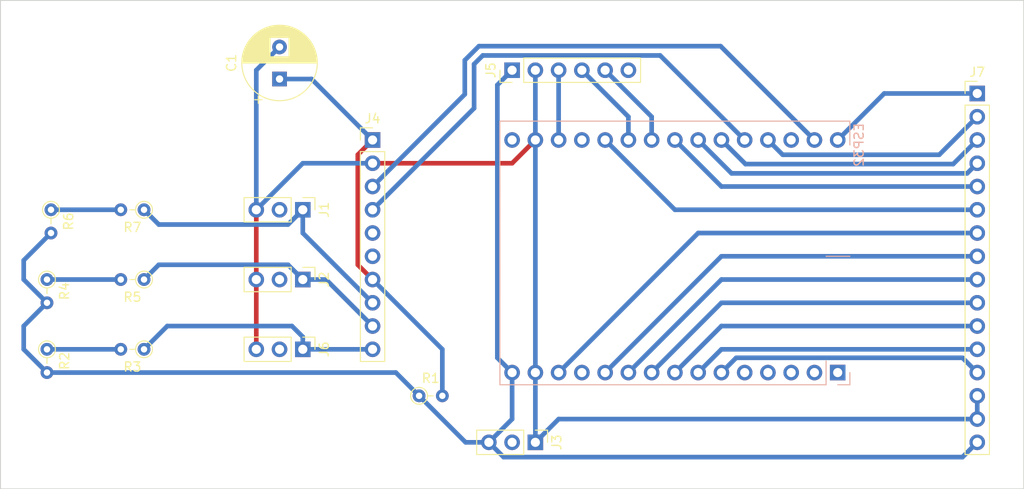
<source format=kicad_pcb>
(kicad_pcb (version 20221018) (generator pcbnew)
  (layers (0 "F.Cu" signal) (31 "B.Cu" signal) (34 "B.Paste" user) (35 "F.Paste" user) (36 "B.SilkS" user "B.Silkscreen") (37 "F.SilkS" user "F.Silkscreen") (38 "B.Mask" user) (39 "F.Mask" user) (44 "Edge.Cuts" user))
  (net 0 "")
  (net 3 "Net-(ESP32-GPIO3)")
  (net 4 "Net-(ESP32-GPIO4)")
  (net 5 "Net-(ESP32-GPIO5)")
  (net 7 "Net-(ESP32-GPIO13)")
  (net 8 "Net-(ESP32-GPIO14)")
  (net 9 "Net-(ESP32-GPIO15)")
  (net 10 "Net-(ESP32-GPIO16)")
  (net 11 "Net-(ESP32-GPIO17)")
  (net 12 "Net-(ESP32-GPIO18)")
  (net 13 "Net-(ESP32-GPIO19)")
  (net 14 "Net-(ESP32-GPIO21)")
  (net 15 "Net-(ESP32-GPIO22)")
  (net 16 "Net-(ESP32-GPIO23)")
  (net 17 "Net-(ESP32-GPIO25)")
  (net 18 "Net-(ESP32-GPIO26)")
  (net 19 "Net-(ESP32-GPIO27)")
  (net 20 "Net-(ESP32-5v_VIN)")
  (net 21 "Net-(R2-Pad1)")
  (net 22 "Net-(R4-Pad1)")
  (net 23 "Net-(R6-Pad1)")
  (net 24 "Net-(ESP32-GPIO33)")
  (net 25 "Net-(ESP32-GPIO32)")
  (net 31 "Net-(J4-A0)")
  (net 34 "Net-(J4-A3)")
  (net 36 "Net-(J1-GND)")
  (net 37 "Net-(J1-+)")
  (net 40 "Net-(J2-+)")
  (footprint "Connector_PinHeader_2.54mm:PinHeader_1x03_P2.54mm_Vertical" (layer "F.Cu") (at 99.06 83.82 -90)
    (fp_text reference "J2" (at 0 -2.33 90) (layer "F.SilkS"))
    (fp_text value "Probe1")
    (fp_line (start -1.33 -1.33) (end 0 -1.33) (stroke (width 0.12)) (layer "F.SilkS"))
    (fp_line (start -1.33 0) (end -1.33 -1.33) (stroke (width 0.12)) (layer "F.SilkS"))
    (fp_line (start -1.33 1.27) (end -1.33 6.41) (stroke (width 0.12)) (layer "F.SilkS"))
    (fp_line (start -1.33 1.27) (end 1.33 1.27) (stroke (width 0.12)) (layer "F.SilkS"))
    (fp_line (start -1.33 6.41) (end 1.33 6.41) (stroke (width 0.12)) (layer "F.SilkS"))
    (fp_line (start 1.33 1.27) (end 1.33 6.41) (stroke (width 0.12)) (layer "F.SilkS"))
    (pad "1" thru_hole rect (at 0 0 270) (size 1.7 1.7) (drill 1) (layers "*.Cu" "*.Mask") (net 40 "Net-(J2-+)"))
    (pad "2" thru_hole oval (at 0 2.54 270) (size 1.7 1.7) (drill 1) (layers "*.Cu" "*.Mask"))
    (pad "3" thru_hole oval (at 0 5.08 270) (size 1.7 1.7) (drill 1) (layers "*.Cu" "*.Mask") (net 36 "Net-(J1-GND)"))
  )
  (footprint "Connector_PinHeader_2.54mm:PinHeader_1x03_P2.54mm_Vertical" (layer "F.Cu") (at 99.06 91.44 -90)
    (fp_text reference "J6" (at 0 -2.33 90) (layer "F.SilkS"))
    (fp_text value "Probe2")
    (fp_line (start -1.33 -1.33) (end 0 -1.33) (stroke (width 0.12)) (layer "F.SilkS"))
    (fp_line (start -1.33 0) (end -1.33 -1.33) (stroke (width 0.12)) (layer "F.SilkS"))
    (fp_line (start -1.33 1.27) (end -1.33 6.41) (stroke (width 0.12)) (layer "F.SilkS"))
    (fp_line (start -1.33 1.27) (end 1.33 1.27) (stroke (width 0.12)) (layer "F.SilkS"))
    (fp_line (start -1.33 6.41) (end 1.33 6.41) (stroke (width 0.12)) (layer "F.SilkS"))
    (fp_line (start 1.33 1.27) (end 1.33 6.41) (stroke (width 0.12)) (layer "F.SilkS"))
    (pad "1" thru_hole rect (at 0 0 270) (size 1.7 1.7) (drill 1) (layers "*.Cu" "*.Mask") (net 34 "Net-(J4-A3)"))
    (pad "2" thru_hole oval (at 0 2.54 270) (size 1.7 1.7) (drill 1) (layers "*.Cu" "*.Mask"))
    (pad "3" thru_hole oval (at 0 5.08 270) (size 1.7 1.7) (drill 1) (layers "*.Cu" "*.Mask") (net 36 "Net-(J1-GND)"))
  )
  (footprint "Connector_PinHeader_2.54mm:PinHeader_1x03_P2.54mm_Vertical" (layer "F.Cu") (at 99.06 76.2 -90)
    (fp_text reference "J1" (at 0 -2.33 90) (layer "F.SilkS"))
    (fp_text value "TempMain")
    (fp_line (start -1.33 -1.33) (end 0 -1.33) (stroke (width 0.12)) (layer "F.SilkS"))
    (fp_line (start -1.33 0) (end -1.33 -1.33) (stroke (width 0.12)) (layer "F.SilkS"))
    (fp_line (start -1.33 1.27) (end -1.33 6.41) (stroke (width 0.12)) (layer "F.SilkS"))
    (fp_line (start -1.33 1.27) (end 1.33 1.27) (stroke (width 0.12)) (layer "F.SilkS"))
    (fp_line (start -1.33 6.41) (end 1.33 6.41) (stroke (width 0.12)) (layer "F.SilkS"))
    (fp_line (start 1.33 1.27) (end 1.33 6.41) (stroke (width 0.12)) (layer "F.SilkS"))
    (pad "1" thru_hole rect (at 0 0 270) (size 1.7 1.7) (drill 1) (layers "*.Cu" "*.Mask") (net 37 "Net-(J1-+)"))
    (pad "2" thru_hole oval (at 0 2.54 270) (size 1.7 1.7) (drill 1) (layers "*.Cu" "*.Mask"))
    (pad "3" thru_hole oval (at 0 5.08 270) (size 1.7 1.7) (drill 1) (layers "*.Cu" "*.Mask") (net 36 "Net-(J1-GND)"))
  )
  (footprint "Resistor_THT:R_Axial_DIN0204_L3.6mm_D1.6mm_P2.54mm_Vertical" (layer "F.Cu") (at 71.12 91.44 -90)
    (fp_text reference "R2" (at 1.27 -1.92 90) (layer "F.SilkS"))
    (fp_text value "R_US")
    (fp_line (start 0.92 0) (end 1.54 0) (stroke (width 0.12)) (layer "F.SilkS"))
    (fp_circle (center 0 0) (end 0.92 0) (stroke (width 0.12)) (fill none) (layer "F.SilkS"))
    (pad "1" thru_hole circle (at 0 0 270) (size 1.4 1.4) (drill 0.7) (layers "*.Cu" "*.Mask") (net 21 "Net-(R2-Pad1)"))
    (pad "2" thru_hole oval (at 2.54 0 270) (size 1.4 1.4) (drill 0.7) (layers "*.Cu" "*.Mask") (net 20 "Net-(ESP32-5v_VIN)"))
  )
  (footprint "Resistor_THT:R_Axial_DIN0204_L3.6mm_D1.6mm_P2.54mm_Vertical" (layer "F.Cu") (at 81.72 91.44 180)
    (fp_text reference "R3" (at 1.27 -1.92) (layer "F.SilkS"))
    (fp_text value "R_US")
    (fp_line (start 0.92 0) (end 1.54 0) (stroke (width 0.12)) (layer "F.SilkS"))
    (fp_circle (center 0 0) (end 0.92 0) (stroke (width 0.12)) (fill none) (layer "F.SilkS"))
    (pad "1" thru_hole circle (at 0 0 180) (size 1.4 1.4) (drill 0.7) (layers "*.Cu" "*.Mask") (net 34 "Net-(J4-A3)"))
    (pad "2" thru_hole oval (at 2.54 0 180) (size 1.4 1.4) (drill 0.7) (layers "*.Cu" "*.Mask") (net 21 "Net-(R2-Pad1)"))
  )
  (footprint "Connector_PinHeader_2.54mm:PinHeader_1x06_P2.54mm_Vertical" (layer "F.Cu") (at 121.92 60.96 90)
    (fp_text reference "J5" (at 0 -2.33 90) (layer "F.SilkS"))
    (fp_text value "RelayBoard")
    (fp_line (start -1.33 -1.33) (end 0 -1.33) (stroke (width 0.12)) (layer "F.SilkS"))
    (fp_line (start -1.33 0) (end -1.33 -1.33) (stroke (width 0.12)) (layer "F.SilkS"))
    (fp_line (start -1.33 1.27) (end -1.33 14.03) (stroke (width 0.12)) (layer "F.SilkS"))
    (fp_line (start -1.33 1.27) (end 1.33 1.27) (stroke (width 0.12)) (layer "F.SilkS"))
    (fp_line (start -1.33 14.03) (end 1.33 14.03) (stroke (width 0.12)) (layer "F.SilkS"))
    (fp_line (start 1.33 1.27) (end 1.33 14.03) (stroke (width 0.12)) (layer "F.SilkS"))
    (pad "1" thru_hole rect (at 0 0 90) (size 1.7 1.7) (drill 1) (layers "*.Cu" "*.Mask") (net 20 "Net-(ESP32-5v_VIN)"))
    (pad "2" thru_hole oval (at 0 2.54 90) (size 1.7 1.7) (drill 1) (layers "*.Cu" "*.Mask") (net 36 "Net-(J1-GND)"))
    (pad "3" thru_hole oval (at 0 5.08 90) (size 1.7 1.7) (drill 1) (layers "*.Cu" "*.Mask") (net 9 "Net-(ESP32-GPIO15)"))
    (pad "4" thru_hole oval (at 0 7.62 90) (size 1.7 1.7) (drill 1) (layers "*.Cu" "*.Mask") (net 10 "Net-(ESP32-GPIO16)"))
    (pad "5" thru_hole oval (at 0 10.16 90) (size 1.7 1.7) (drill 1) (layers "*.Cu" "*.Mask") (net 11 "Net-(ESP32-GPIO17)"))
    (pad "6" thru_hole oval (at 0 12.7 90) (size 1.7 1.7) (drill 1) (layers "*.Cu" "*.Mask"))
  )
  (footprint "Resistor_THT:R_Axial_DIN0204_L3.6mm_D1.6mm_P2.54mm_Vertical" (layer "F.Cu") (at 111.76 96.52)
    (fp_text reference "R1" (at 1.27 -1.92) (layer "F.SilkS"))
    (fp_text value "R_US")
    (fp_line (start 0.92 0) (end 1.54 0) (stroke (width 0.12)) (layer "F.SilkS"))
    (fp_circle (center 0 0) (end 0.92 0) (stroke (width 0.12)) (fill none) (layer "F.SilkS"))
    (pad "1" thru_hole circle (at 0 0) (size 1.4 1.4) (drill 0.7) (layers "*.Cu" "*.Mask") (net 20 "Net-(ESP32-5v_VIN)"))
    (pad "2" thru_hole oval (at 2.54 0) (size 1.4 1.4) (drill 0.7) (layers "*.Cu" "*.Mask") (net 31 "Net-(J4-A0)"))
  )
  (footprint "Resistor_THT:R_Axial_DIN0204_L3.6mm_D1.6mm_P2.54mm_Vertical" (layer "F.Cu") (at 81.72 76.2 180)
    (fp_text reference "R7" (at 1.27 -1.92) (layer "F.SilkS"))
    (fp_text value "R_US")
    (fp_line (start 0.92 0) (end 1.54 0) (stroke (width 0.12)) (layer "F.SilkS"))
    (fp_circle (center 0 0) (end 0.92 0) (stroke (width 0.12)) (fill none) (layer "F.SilkS"))
    (pad "1" thru_hole circle (at 0 0 180) (size 1.4 1.4) (drill 0.7) (layers "*.Cu" "*.Mask") (net 37 "Net-(J1-+)"))
    (pad "2" thru_hole oval (at 2.54 0 180) (size 1.4 1.4) (drill 0.7) (layers "*.Cu" "*.Mask") (net 23 "Net-(R6-Pad1)"))
  )
  (footprint "Resistor_THT:R_Axial_DIN0204_L3.6mm_D1.6mm_P2.54mm_Vertical" (layer "F.Cu") (at 71.12 83.82 -90)
    (fp_text reference "R4" (at 1.27 -1.92 90) (layer "F.SilkS"))
    (fp_text value "R_US")
    (fp_line (start 0.92 0) (end 1.54 0) (stroke (width 0.12)) (layer "F.SilkS"))
    (fp_circle (center 0 0) (end 0.92 0) (stroke (width 0.12)) (fill none) (layer "F.SilkS"))
    (pad "1" thru_hole circle (at 0 0 270) (size 1.4 1.4) (drill 0.7) (layers "*.Cu" "*.Mask") (net 22 "Net-(R4-Pad1)"))
    (pad "2" thru_hole oval (at 2.54 0 270) (size 1.4 1.4) (drill 0.7) (layers "*.Cu" "*.Mask") (net 20 "Net-(ESP32-5v_VIN)"))
  )
  (footprint "Resistor_THT:R_Axial_DIN0204_L3.6mm_D1.6mm_P2.54mm_Vertical" (layer "F.Cu") (at 81.72 83.82 180)
    (fp_text reference "R5" (at 1.27 -1.92) (layer "F.SilkS"))
    (fp_text value "R_US")
    (fp_line (start 0.92 0) (end 1.54 0) (stroke (width 0.12)) (layer "F.SilkS"))
    (fp_circle (center 0 0) (end 0.92 0) (stroke (width 0.12)) (fill none) (layer "F.SilkS"))
    (pad "1" thru_hole circle (at 0 0 180) (size 1.4 1.4) (drill 0.7) (layers "*.Cu" "*.Mask") (net 40 "Net-(J2-+)"))
    (pad "2" thru_hole oval (at 2.54 0 180) (size 1.4 1.4) (drill 0.7) (layers "*.Cu" "*.Mask") (net 22 "Net-(R4-Pad1)"))
  )
  (footprint "Connector_PinHeader_2.54mm:PinHeader_1x16_P2.54mm_Vertical" (layer "F.Cu") (at 172.72 63.5)
    (fp_text reference "J7" (at 0 -2.33) (layer "F.SilkS"))
    (fp_text value "Conn_01x16")
    (fp_line (start -1.33 -1.33) (end 0 -1.33) (stroke (width 0.12)) (layer "F.SilkS"))
    (fp_line (start -1.33 0) (end -1.33 -1.33) (stroke (width 0.12)) (layer "F.SilkS"))
    (fp_line (start -1.33 1.27) (end -1.33 39.43) (stroke (width 0.12)) (layer "F.SilkS"))
    (fp_line (start -1.33 1.27) (end 1.33 1.27) (stroke (width 0.12)) (layer "F.SilkS"))
    (fp_line (start -1.33 39.43) (end 1.33 39.43) (stroke (width 0.12)) (layer "F.SilkS"))
    (fp_line (start 1.33 1.27) (end 1.33 39.43) (stroke (width 0.12)) (layer "F.SilkS"))
    (pad "1" thru_hole rect (at 0 0) (size 1.7 1.7) (drill 1) (layers "*.Cu" "*.Mask") (net 16 "Net-(ESP32-GPIO23)"))
    (pad "2" thru_hole oval (at 0 2.54) (size 1.7 1.7) (drill 1) (layers "*.Cu" "*.Mask") (net 3 "Net-(ESP32-GPIO3)"))
    (pad "3" thru_hole oval (at 0 5.08) (size 1.7 1.7) (drill 1) (layers "*.Cu" "*.Mask") (net 13 "Net-(ESP32-GPIO19)"))
    (pad "4" thru_hole oval (at 0 7.62) (size 1.7 1.7) (drill 1) (layers "*.Cu" "*.Mask") (net 12 "Net-(ESP32-GPIO18)"))
    (pad "5" thru_hole oval (at 0 10.16) (size 1.7 1.7) (drill 1) (layers "*.Cu" "*.Mask") (net 5 "Net-(ESP32-GPIO5)"))
    (pad "6" thru_hole oval (at 0 12.7) (size 1.7 1.7) (drill 1) (layers "*.Cu" "*.Mask") (net 4 "Net-(ESP32-GPIO4)"))
    (pad "7" thru_hole oval (at 0 15.24) (size 1.7 1.7) (drill 1) (layers "*.Cu" "*.Mask") (net 7 "Net-(ESP32-GPIO13)"))
    (pad "8" thru_hole oval (at 0 17.78) (size 1.7 1.7) (drill 1) (layers "*.Cu" "*.Mask") (net 8 "Net-(ESP32-GPIO14)"))
    (pad "9" thru_hole oval (at 0 20.32) (size 1.7 1.7) (drill 1) (layers "*.Cu" "*.Mask") (net 19 "Net-(ESP32-GPIO27)"))
    (pad "10" thru_hole oval (at 0 22.86) (size 1.7 1.7) (drill 1) (layers "*.Cu" "*.Mask") (net 18 "Net-(ESP32-GPIO26)"))
    (pad "11" thru_hole oval (at 0 25.4) (size 1.7 1.7) (drill 1) (layers "*.Cu" "*.Mask") (net 17 "Net-(ESP32-GPIO25)"))
    (pad "12" thru_hole oval (at 0 27.94) (size 1.7 1.7) (drill 1) (layers "*.Cu" "*.Mask") (net 24 "Net-(ESP32-GPIO33)"))
    (pad "13" thru_hole oval (at 0 30.48) (size 1.7 1.7) (drill 1) (layers "*.Cu" "*.Mask") (net 25 "Net-(ESP32-GPIO32)"))
    (pad "14" thru_hole oval (at 0 33.02) (size 1.7 1.7) (drill 1) (layers "*.Cu" "*.Mask") (net 36 "Net-(J1-GND)"))
    (pad "15" thru_hole oval (at 0 35.56) (size 1.7 1.7) (drill 1) (layers "*.Cu" "*.Mask") (net 36 "Net-(J1-GND)"))
    (pad "16" thru_hole oval (at 0 38.1) (size 1.7 1.7) (drill 1) (layers "*.Cu" "*.Mask") (net 20 "Net-(ESP32-5v_VIN)"))
  )
  (footprint "Connector_PinHeader_2.54mm:PinHeader_1x03_P2.54mm_Vertical" (layer "F.Cu") (at 124.46 101.6 -90)
    (fp_text reference "J3" (at 0 -2.33 90) (layer "F.SilkS"))
    (fp_text value "PWR")
    (fp_line (start -1.33 -1.33) (end 0 -1.33) (stroke (width 0.12)) (layer "F.SilkS"))
    (fp_line (start -1.33 0) (end -1.33 -1.33) (stroke (width 0.12)) (layer "F.SilkS"))
    (fp_line (start -1.33 1.27) (end -1.33 6.41) (stroke (width 0.12)) (layer "F.SilkS"))
    (fp_line (start -1.33 1.27) (end 1.33 1.27) (stroke (width 0.12)) (layer "F.SilkS"))
    (fp_line (start -1.33 6.41) (end 1.33 6.41) (stroke (width 0.12)) (layer "F.SilkS"))
    (fp_line (start 1.33 1.27) (end 1.33 6.41) (stroke (width 0.12)) (layer "F.SilkS"))
    (pad "1" thru_hole rect (at 0 0 270) (size 1.7 1.7) (drill 1) (layers "*.Cu" "*.Mask") (net 36 "Net-(J1-GND)"))
    (pad "2" thru_hole oval (at 0 2.54 270) (size 1.7 1.7) (drill 1) (layers "*.Cu" "*.Mask"))
    (pad "3" thru_hole oval (at 0 5.08 270) (size 1.7 1.7) (drill 1) (layers "*.Cu" "*.Mask") (net 20 "Net-(ESP32-5v_VIN)"))
  )
  (footprint "Connector_PinHeader_2.54mm:PinHeader_1x10_P2.54mm_Vertical" (layer "F.Cu") (at 106.68 68.58)
    (fp_text reference "J4" (at 0 -2.33) (layer "F.SilkS"))
    (fp_text value "ADSBoard")
    (fp_line (start -1.33 -1.33) (end 0 -1.33) (stroke (width 0.12)) (layer "F.SilkS"))
    (fp_line (start -1.33 0) (end -1.33 -1.33) (stroke (width 0.12)) (layer "F.SilkS"))
    (fp_line (start -1.33 1.27) (end -1.33 24.19) (stroke (width 0.12)) (layer "F.SilkS"))
    (fp_line (start -1.33 1.27) (end 1.33 1.27) (stroke (width 0.12)) (layer "F.SilkS"))
    (fp_line (start -1.33 24.19) (end 1.33 24.19) (stroke (width 0.12)) (layer "F.SilkS"))
    (fp_line (start 1.33 1.27) (end 1.33 24.19) (stroke (width 0.12)) (layer "F.SilkS"))
    (pad "1" thru_hole rect (at 0 0) (size 1.7 1.7) (drill 1) (layers "*.Cu" "*.Mask") (net 31 "Net-(J4-A0)"))
    (pad "2" thru_hole oval (at 0 2.54) (size 1.7 1.7) (drill 1) (layers "*.Cu" "*.Mask") (net 36 "Net-(J1-GND)"))
    (pad "3" thru_hole oval (at 0 5.08) (size 1.7 1.7) (drill 1) (layers "*.Cu" "*.Mask") (net 15 "Net-(ESP32-GPIO22)"))
    (pad "4" thru_hole oval (at 0 7.62) (size 1.7 1.7) (drill 1) (layers "*.Cu" "*.Mask") (net 14 "Net-(ESP32-GPIO21)"))
    (pad "5" thru_hole oval (at 0 10.16) (size 1.7 1.7) (drill 1) (layers "*.Cu" "*.Mask"))
    (pad "6" thru_hole oval (at 0 12.7) (size 1.7 1.7) (drill 1) (layers "*.Cu" "*.Mask"))
    (pad "7" thru_hole oval (at 0 15.24) (size 1.7 1.7) (drill 1) (layers "*.Cu" "*.Mask") (net 31 "Net-(J4-A0)"))
    (pad "8" thru_hole oval (at 0 17.78) (size 1.7 1.7) (drill 1) (layers "*.Cu" "*.Mask") (net 37 "Net-(J1-+)"))
    (pad "9" thru_hole oval (at 0 20.32) (size 1.7 1.7) (drill 1) (layers "*.Cu" "*.Mask") (net 40 "Net-(J2-+)"))
    (pad "10" thru_hole oval (at 0 22.86) (size 1.7 1.7) (drill 1) (layers "*.Cu" "*.Mask") (net 34 "Net-(J4-A3)"))
  )
  (footprint "Capacitor_THT:CP_Radial_D8.0mm_P3.50mm" (layer "F.Cu") (at 96.52 61.92 90)
    (fp_text reference "C1" (at 1.75 -5.25 90) (layer "F.SilkS"))
    (fp_text value "C")
    (fp_line (start -2.659698 -2.315) (end -1.859698 -2.315) (stroke (width 0.12)) (layer "F.SilkS"))
    (fp_line (start -2.259698 -2.715) (end -2.259698 -1.915) (stroke (width 0.12)) (layer "F.SilkS"))
    (fp_line (start 1.75 -4.08) (end 1.75 4.08) (stroke (width 0.12)) (layer "F.SilkS"))
    (fp_line (start 1.79 -4.08) (end 1.79 4.08) (stroke (width 0.12)) (layer "F.SilkS"))
    (fp_line (start 1.83 -4.08) (end 1.83 4.08) (stroke (width 0.12)) (layer "F.SilkS"))
    (fp_line (start 1.87 -4.079) (end 1.87 4.079) (stroke (width 0.12)) (layer "F.SilkS"))
    (fp_line (start 1.91 -4.077) (end 1.91 4.077) (stroke (width 0.12)) (layer "F.SilkS"))
    (fp_line (start 1.95 -4.076) (end 1.95 4.076) (stroke (width 0.12)) (layer "F.SilkS"))
    (fp_line (start 1.99 -4.074) (end 1.99 4.074) (stroke (width 0.12)) (layer "F.SilkS"))
    (fp_line (start 2.03 -4.071) (end 2.03 4.071) (stroke (width 0.12)) (layer "F.SilkS"))
    (fp_line (start 2.07 -4.068) (end 2.07 4.068) (stroke (width 0.12)) (layer "F.SilkS"))
    (fp_line (start 2.11 -4.065) (end 2.11 4.065) (stroke (width 0.12)) (layer "F.SilkS"))
    (fp_line (start 2.15 -4.061) (end 2.15 4.061) (stroke (width 0.12)) (layer "F.SilkS"))
    (fp_line (start 2.19 -4.057) (end 2.19 4.057) (stroke (width 0.12)) (layer "F.SilkS"))
    (fp_line (start 2.23 -4.052) (end 2.23 4.052) (stroke (width 0.12)) (layer "F.SilkS"))
    (fp_line (start 2.27 -4.048) (end 2.27 4.048) (stroke (width 0.12)) (layer "F.SilkS"))
    (fp_line (start 2.31 -4.042) (end 2.31 4.042) (stroke (width 0.12)) (layer "F.SilkS"))
    (fp_line (start 2.35 -4.037) (end 2.35 4.037) (stroke (width 0.12)) (layer "F.SilkS"))
    (fp_line (start 2.39 -4.03) (end 2.39 4.03) (stroke (width 0.12)) (layer "F.SilkS"))
    (fp_line (start 2.43 -4.024) (end 2.43 4.024) (stroke (width 0.12)) (layer "F.SilkS"))
    (fp_line (start 2.471 -4.017) (end 2.471 -1.04) (stroke (width 0.12)) (layer "F.SilkS"))
    (fp_line (start 2.471 1.04) (end 2.471 4.017) (stroke (width 0.12)) (layer "F.SilkS"))
    (fp_line (start 2.511 -4.01) (end 2.511 -1.04) (stroke (width 0.12)) (layer "F.SilkS"))
    (fp_line (start 2.511 1.04) (end 2.511 4.01) (stroke (width 0.12)) (layer "F.SilkS"))
    (fp_line (start 2.551 -4.002) (end 2.551 -1.04) (stroke (width 0.12)) (layer "F.SilkS"))
    (fp_line (start 2.551 1.04) (end 2.551 4.002) (stroke (width 0.12)) (layer "F.SilkS"))
    (fp_line (start 2.591 -3.994) (end 2.591 -1.04) (stroke (width 0.12)) (layer "F.SilkS"))
    (fp_line (start 2.591 1.04) (end 2.591 3.994) (stroke (width 0.12)) (layer "F.SilkS"))
    (fp_line (start 2.631 -3.985) (end 2.631 -1.04) (stroke (width 0.12)) (layer "F.SilkS"))
    (fp_line (start 2.631 1.04) (end 2.631 3.985) (stroke (width 0.12)) (layer "F.SilkS"))
    (fp_line (start 2.671 -3.976) (end 2.671 -1.04) (stroke (width 0.12)) (layer "F.SilkS"))
    (fp_line (start 2.671 1.04) (end 2.671 3.976) (stroke (width 0.12)) (layer "F.SilkS"))
    (fp_line (start 2.711 -3.967) (end 2.711 -1.04) (stroke (width 0.12)) (layer "F.SilkS"))
    (fp_line (start 2.711 1.04) (end 2.711 3.967) (stroke (width 0.12)) (layer "F.SilkS"))
    (fp_line (start 2.751 -3.957) (end 2.751 -1.04) (stroke (width 0.12)) (layer "F.SilkS"))
    (fp_line (start 2.751 1.04) (end 2.751 3.957) (stroke (width 0.12)) (layer "F.SilkS"))
    (fp_line (start 2.791 -3.947) (end 2.791 -1.04) (stroke (width 0.12)) (layer "F.SilkS"))
    (fp_line (start 2.791 1.04) (end 2.791 3.947) (stroke (width 0.12)) (layer "F.SilkS"))
    (fp_line (start 2.831 -3.936) (end 2.831 -1.04) (stroke (width 0.12)) (layer "F.SilkS"))
    (fp_line (start 2.831 1.04) (end 2.831 3.936) (stroke (width 0.12)) (layer "F.SilkS"))
    (fp_line (start 2.871 -3.925) (end 2.871 -1.04) (stroke (width 0.12)) (layer "F.SilkS"))
    (fp_line (start 2.871 1.04) (end 2.871 3.925) (stroke (width 0.12)) (layer "F.SilkS"))
    (fp_line (start 2.911 -3.914) (end 2.911 -1.04) (stroke (width 0.12)) (layer "F.SilkS"))
    (fp_line (start 2.911 1.04) (end 2.911 3.914) (stroke (width 0.12)) (layer "F.SilkS"))
    (fp_line (start 2.951 -3.902) (end 2.951 -1.04) (stroke (width 0.12)) (layer "F.SilkS"))
    (fp_line (start 2.951 1.04) (end 2.951 3.902) (stroke (width 0.12)) (layer "F.SilkS"))
    (fp_line (start 2.991 -3.889) (end 2.991 -1.04) (stroke (width 0.12)) (layer "F.SilkS"))
    (fp_line (start 2.991 1.04) (end 2.991 3.889) (stroke (width 0.12)) (layer "F.SilkS"))
    (fp_line (start 3.031 -3.877) (end 3.031 -1.04) (stroke (width 0.12)) (layer "F.SilkS"))
    (fp_line (start 3.031 1.04) (end 3.031 3.877) (stroke (width 0.12)) (layer "F.SilkS"))
    (fp_line (start 3.071 -3.863) (end 3.071 -1.04) (stroke (width 0.12)) (layer "F.SilkS"))
    (fp_line (start 3.071 1.04) (end 3.071 3.863) (stroke (width 0.12)) (layer "F.SilkS"))
    (fp_line (start 3.111 -3.85) (end 3.111 -1.04) (stroke (width 0.12)) (layer "F.SilkS"))
    (fp_line (start 3.111 1.04) (end 3.111 3.85) (stroke (width 0.12)) (layer "F.SilkS"))
    (fp_line (start 3.151 -3.835) (end 3.151 -1.04) (stroke (width 0.12)) (layer "F.SilkS"))
    (fp_line (start 3.151 1.04) (end 3.151 3.835) (stroke (width 0.12)) (layer "F.SilkS"))
    (fp_line (start 3.191 -3.821) (end 3.191 -1.04) (stroke (width 0.12)) (layer "F.SilkS"))
    (fp_line (start 3.191 1.04) (end 3.191 3.821) (stroke (width 0.12)) (layer "F.SilkS"))
    (fp_line (start 3.231 -3.805) (end 3.231 -1.04) (stroke (width 0.12)) (layer "F.SilkS"))
    (fp_line (start 3.231 1.04) (end 3.231 3.805) (stroke (width 0.12)) (layer "F.SilkS"))
    (fp_line (start 3.271 -3.79) (end 3.271 -1.04) (stroke (width 0.12)) (layer "F.SilkS"))
    (fp_line (start 3.271 1.04) (end 3.271 3.79) (stroke (width 0.12)) (layer "F.SilkS"))
    (fp_line (start 3.311 -3.774) (end 3.311 -1.04) (stroke (width 0.12)) (layer "F.SilkS"))
    (fp_line (start 3.311 1.04) (end 3.311 3.774) (stroke (width 0.12)) (layer "F.SilkS"))
    (fp_line (start 3.351 -3.757) (end 3.351 -1.04) (stroke (width 0.12)) (layer "F.SilkS"))
    (fp_line (start 3.351 1.04) (end 3.351 3.757) (stroke (width 0.12)) (layer "F.SilkS"))
    (fp_line (start 3.391 -3.74) (end 3.391 -1.04) (stroke (width 0.12)) (layer "F.SilkS"))
    (fp_line (start 3.391 1.04) (end 3.391 3.74) (stroke (width 0.12)) (layer "F.SilkS"))
    (fp_line (start 3.431 -3.722) (end 3.431 -1.04) (stroke (width 0.12)) (layer "F.SilkS"))
    (fp_line (start 3.431 1.04) (end 3.431 3.722) (stroke (width 0.12)) (layer "F.SilkS"))
    (fp_line (start 3.471 -3.704) (end 3.471 -1.04) (stroke (width 0.12)) (layer "F.SilkS"))
    (fp_line (start 3.471 1.04) (end 3.471 3.704) (stroke (width 0.12)) (layer "F.SilkS"))
    (fp_line (start 3.511 -3.686) (end 3.511 -1.04) (stroke (width 0.12)) (layer "F.SilkS"))
    (fp_line (start 3.511 1.04) (end 3.511 3.686) (stroke (width 0.12)) (layer "F.SilkS"))
    (fp_line (start 3.551 -3.666) (end 3.551 -1.04) (stroke (width 0.12)) (layer "F.SilkS"))
    (fp_line (start 3.551 1.04) (end 3.551 3.666) (stroke (width 0.12)) (layer "F.SilkS"))
    (fp_line (start 3.591 -3.647) (end 3.591 -1.04) (stroke (width 0.12)) (layer "F.SilkS"))
    (fp_line (start 3.591 1.04) (end 3.591 3.647) (stroke (width 0.12)) (layer "F.SilkS"))
    (fp_line (start 3.631 -3.627) (end 3.631 -1.04) (stroke (width 0.12)) (layer "F.SilkS"))
    (fp_line (start 3.631 1.04) (end 3.631 3.627) (stroke (width 0.12)) (layer "F.SilkS"))
    (fp_line (start 3.671 -3.606) (end 3.671 -1.04) (stroke (width 0.12)) (layer "F.SilkS"))
    (fp_line (start 3.671 1.04) (end 3.671 3.606) (stroke (width 0.12)) (layer "F.SilkS"))
    (fp_line (start 3.711 -3.584) (end 3.711 -1.04) (stroke (width 0.12)) (layer "F.SilkS"))
    (fp_line (start 3.711 1.04) (end 3.711 3.584) (stroke (width 0.12)) (layer "F.SilkS"))
    (fp_line (start 3.751 -3.562) (end 3.751 -1.04) (stroke (width 0.12)) (layer "F.SilkS"))
    (fp_line (start 3.751 1.04) (end 3.751 3.562) (stroke (width 0.12)) (layer "F.SilkS"))
    (fp_line (start 3.791 -3.54) (end 3.791 -1.04) (stroke (width 0.12)) (layer "F.SilkS"))
    (fp_line (start 3.791 1.04) (end 3.791 3.54) (stroke (width 0.12)) (layer "F.SilkS"))
    (fp_line (start 3.831 -3.517) (end 3.831 -1.04) (stroke (width 0.12)) (layer "F.SilkS"))
    (fp_line (start 3.831 1.04) (end 3.831 3.517) (stroke (width 0.12)) (layer "F.SilkS"))
    (fp_line (start 3.871 -3.493) (end 3.871 -1.04) (stroke (width 0.12)) (layer "F.SilkS"))
    (fp_line (start 3.871 1.04) (end 3.871 3.493) (stroke (width 0.12)) (layer "F.SilkS"))
    (fp_line (start 3.911 -3.469) (end 3.911 -1.04) (stroke (width 0.12)) (layer "F.SilkS"))
    (fp_line (start 3.911 1.04) (end 3.911 3.469) (stroke (width 0.12)) (layer "F.SilkS"))
    (fp_line (start 3.951 -3.444) (end 3.951 -1.04) (stroke (width 0.12)) (layer "F.SilkS"))
    (fp_line (start 3.951 1.04) (end 3.951 3.444) (stroke (width 0.12)) (layer "F.SilkS"))
    (fp_line (start 3.991 -3.418) (end 3.991 -1.04) (stroke (width 0.12)) (layer "F.SilkS"))
    (fp_line (start 3.991 1.04) (end 3.991 3.418) (stroke (width 0.12)) (layer "F.SilkS"))
    (fp_line (start 4.031 -3.392) (end 4.031 -1.04) (stroke (width 0.12)) (layer "F.SilkS"))
    (fp_line (start 4.031 1.04) (end 4.031 3.392) (stroke (width 0.12)) (layer "F.SilkS"))
    (fp_line (start 4.071 -3.365) (end 4.071 -1.04) (stroke (width 0.12)) (layer "F.SilkS"))
    (fp_line (start 4.071 1.04) (end 4.071 3.365) (stroke (width 0.12)) (layer "F.SilkS"))
    (fp_line (start 4.111 -3.338) (end 4.111 -1.04) (stroke (width 0.12)) (layer "F.SilkS"))
    (fp_line (start 4.111 1.04) (end 4.111 3.338) (stroke (width 0.12)) (layer "F.SilkS"))
    (fp_line (start 4.151 -3.309) (end 4.151 -1.04) (stroke (width 0.12)) (layer "F.SilkS"))
    (fp_line (start 4.151 1.04) (end 4.151 3.309) (stroke (width 0.12)) (layer "F.SilkS"))
    (fp_line (start 4.191 -3.28) (end 4.191 -1.04) (stroke (width 0.12)) (layer "F.SilkS"))
    (fp_line (start 4.191 1.04) (end 4.191 3.28) (stroke (width 0.12)) (layer "F.SilkS"))
    (fp_line (start 4.231 -3.25) (end 4.231 -1.04) (stroke (width 0.12)) (layer "F.SilkS"))
    (fp_line (start 4.231 1.04) (end 4.231 3.25) (stroke (width 0.12)) (layer "F.SilkS"))
    (fp_line (start 4.271 -3.22) (end 4.271 -1.04) (stroke (width 0.12)) (layer "F.SilkS"))
    (fp_line (start 4.271 1.04) (end 4.271 3.22) (stroke (width 0.12)) (layer "F.SilkS"))
    (fp_line (start 4.311 -3.189) (end 4.311 -1.04) (stroke (width 0.12)) (layer "F.SilkS"))
    (fp_line (start 4.311 1.04) (end 4.311 3.189) (stroke (width 0.12)) (layer "F.SilkS"))
    (fp_line (start 4.351 -3.156) (end 4.351 -1.04) (stroke (width 0.12)) (layer "F.SilkS"))
    (fp_line (start 4.351 1.04) (end 4.351 3.156) (stroke (width 0.12)) (layer "F.SilkS"))
    (fp_line (start 4.391 -3.124) (end 4.391 -1.04) (stroke (width 0.12)) (layer "F.SilkS"))
    (fp_line (start 4.391 1.04) (end 4.391 3.124) (stroke (width 0.12)) (layer "F.SilkS"))
    (fp_line (start 4.431 -3.09) (end 4.431 -1.04) (stroke (width 0.12)) (layer "F.SilkS"))
    (fp_line (start 4.431 1.04) (end 4.431 3.09) (stroke (width 0.12)) (layer "F.SilkS"))
    (fp_line (start 4.471 -3.055) (end 4.471 -1.04) (stroke (width 0.12)) (layer "F.SilkS"))
    (fp_line (start 4.471 1.04) (end 4.471 3.055) (stroke (width 0.12)) (layer "F.SilkS"))
    (fp_line (start 4.511 -3.019) (end 4.511 -1.04) (stroke (width 0.12)) (layer "F.SilkS"))
    (fp_line (start 4.511 1.04) (end 4.511 3.019) (stroke (width 0.12)) (layer "F.SilkS"))
    (fp_line (start 4.551 -2.983) (end 4.551 2.983) (stroke (width 0.12)) (layer "F.SilkS"))
    (fp_line (start 4.591 -2.945) (end 4.591 2.945) (stroke (width 0.12)) (layer "F.SilkS"))
    (fp_line (start 4.631 -2.907) (end 4.631 2.907) (stroke (width 0.12)) (layer "F.SilkS"))
    (fp_line (start 4.671 -2.867) (end 4.671 2.867) (stroke (width 0.12)) (layer "F.SilkS"))
    (fp_line (start 4.711 -2.826) (end 4.711 2.826) (stroke (width 0.12)) (layer "F.SilkS"))
    (fp_line (start 4.751 -2.784) (end 4.751 2.784) (stroke (width 0.12)) (layer "F.SilkS"))
    (fp_line (start 4.791 -2.741) (end 4.791 2.741) (stroke (width 0.12)) (layer "F.SilkS"))
    (fp_line (start 4.831 -2.697) (end 4.831 2.697) (stroke (width 0.12)) (layer "F.SilkS"))
    (fp_line (start 4.871 -2.651) (end 4.871 2.651) (stroke (width 0.12)) (layer "F.SilkS"))
    (fp_line (start 4.911 -2.604) (end 4.911 2.604) (stroke (width 0.12)) (layer "F.SilkS"))
    (fp_line (start 4.951 -2.556) (end 4.951 2.556) (stroke (width 0.12)) (layer "F.SilkS"))
    (fp_line (start 4.991 -2.505) (end 4.991 2.505) (stroke (width 0.12)) (layer "F.SilkS"))
    (fp_line (start 5.031 -2.454) (end 5.031 2.454) (stroke (width 0.12)) (layer "F.SilkS"))
    (fp_line (start 5.071 -2.4) (end 5.071 2.4) (stroke (width 0.12)) (layer "F.SilkS"))
    (fp_line (start 5.111 -2.345) (end 5.111 2.345) (stroke (width 0.12)) (layer "F.SilkS"))
    (fp_line (start 5.151 -2.287) (end 5.151 2.287) (stroke (width 0.12)) (layer "F.SilkS"))
    (fp_line (start 5.191 -2.228) (end 5.191 2.228) (stroke (width 0.12)) (layer "F.SilkS"))
    (fp_line (start 5.231 -2.166) (end 5.231 2.166) (stroke (width 0.12)) (layer "F.SilkS"))
    (fp_line (start 5.271 -2.102) (end 5.271 2.102) (stroke (width 0.12)) (layer "F.SilkS"))
    (fp_line (start 5.311 -2.034) (end 5.311 2.034) (stroke (width 0.12)) (layer "F.SilkS"))
    (fp_line (start 5.351 -1.964) (end 5.351 1.964) (stroke (width 0.12)) (layer "F.SilkS"))
    (fp_line (start 5.391 -1.89) (end 5.391 1.89) (stroke (width 0.12)) (layer "F.SilkS"))
    (fp_line (start 5.431 -1.813) (end 5.431 1.813) (stroke (width 0.12)) (layer "F.SilkS"))
    (fp_line (start 5.471 -1.731) (end 5.471 1.731) (stroke (width 0.12)) (layer "F.SilkS"))
    (fp_line (start 5.511 -1.645) (end 5.511 1.645) (stroke (width 0.12)) (layer "F.SilkS"))
    (fp_line (start 5.551 -1.552) (end 5.551 1.552) (stroke (width 0.12)) (layer "F.SilkS"))
    (fp_line (start 5.591 -1.453) (end 5.591 1.453) (stroke (width 0.12)) (layer "F.SilkS"))
    (fp_line (start 5.631 -1.346) (end 5.631 1.346) (stroke (width 0.12)) (layer "F.SilkS"))
    (fp_line (start 5.671 -1.229) (end 5.671 1.229) (stroke (width 0.12)) (layer "F.SilkS"))
    (fp_line (start 5.711 -1.098) (end 5.711 1.098) (stroke (width 0.12)) (layer "F.SilkS"))
    (fp_line (start 5.751 -0.948) (end 5.751 0.948) (stroke (width 0.12)) (layer "F.SilkS"))
    (fp_line (start 5.791 -0.768) (end 5.791 0.768) (stroke (width 0.12)) (layer "F.SilkS"))
    (fp_line (start 5.831 -0.533) (end 5.831 0.533) (stroke (width 0.12)) (layer "F.SilkS"))
    (fp_circle (center 1.75 0) (end 5.87 0) (stroke (width 0.12)) (fill none) (layer "F.SilkS"))
    (pad "1" thru_hole rect (at 0 0 90) (size 1.6 1.6) (drill 0.8) (layers "*.Cu" "*.Mask") (net 31 "Net-(J4-A0)"))
    (pad "2" thru_hole circle (at 3.5 0 90) (size 1.6 1.6) (drill 0.8) (layers "*.Cu" "*.Mask") (net 36 "Net-(J1-GND)"))
  )
  (footprint "Resistor_THT:R_Axial_DIN0204_L3.6mm_D1.6mm_P2.54mm_Vertical" (layer "F.Cu") (at 71.56 76.2 -90)
    (fp_text reference "R6" (at 1.27 -1.92 90) (layer "F.SilkS"))
    (fp_text value "R_US")
    (fp_line (start 0.92 0) (end 1.54 0) (stroke (width 0.12)) (layer "F.SilkS"))
    (fp_circle (center 0 0) (end 0.92 0) (stroke (width 0.12)) (fill none) (layer "F.SilkS"))
    (pad "1" thru_hole circle (at 0 0 270) (size 1.4 1.4) (drill 0.7) (layers "*.Cu" "*.Mask") (net 23 "Net-(R6-Pad1)"))
    (pad "2" thru_hole oval (at 2.54 0 270) (size 1.4 1.4) (drill 0.7) (layers "*.Cu" "*.Mask") (net 20 "Net-(ESP32-5v_VIN)"))
  )
  (footprint "esp32 pinheader:ESP32 PinHeader_2x15_P2.54mm_Vertical" (layer "B.Cu") (at 157.48 93.98 90)
    (fp_text reference "ESP32" (at 24.86 2.325 90) (layer "B.SilkS") (effects (justify mirror)))
    (fp_text value "J1")
    (fp_line (start -1.33 -36.89) (end 27.46 -36.895) (stroke (width 0.12)) (layer "B.SilkS"))
    (fp_line (start -1.33 -1.27) (end -1.33 -36.89) (stroke (width 0.12)) (layer "B.SilkS"))
    (fp_line (start -1.33 -1.27) (end 1.27 -1.27) (stroke (width 0.12)) (layer "B.SilkS"))
    (fp_line (start -1.33 0) (end -1.33 1.33) (stroke (width 0.12)) (layer "B.SilkS"))
    (fp_line (start -1.33 1.33) (end 0 1.33) (stroke (width 0.12)) (layer "B.SilkS"))
    (fp_line (start 12.7 -1.27) (end 12.7 1.33) (stroke (width 0.12)) (layer "B.SilkS"))
    (fp_line (start 24.86 1.325) (end 27.46 1.325) (stroke (width 0.12)) (layer "B.SilkS"))
    (fp_line (start 27.46 1.325) (end 27.46 -36.895) (stroke (width 0.12)) (layer "B.SilkS"))
    (pad "1" thru_hole oval (at 25.4 -5.08 90) (size 1.7 1.7) (drill 1) (layers "*.Cu" "*.Mask"))
    (pad "2" thru_hole oval (at 25.4 -27.94 90) (size 1.7 1.7) (drill 1) (layers "*.Cu" "*.Mask"))
    (pad "3" thru_hole oval (at 25.4 -7.62 90) (size 1.7 1.7) (drill 1) (layers "*.Cu" "*.Mask") (net 3 "Net-(ESP32-GPIO3)"))
    (pad "4" thru_hole oval (at 25.4 -25.4 90) (size 1.7 1.7) (drill 1) (layers "*.Cu" "*.Mask") (net 4 "Net-(ESP32-GPIO4)"))
    (pad "5" thru_hole oval (at 25.4 -17.78 90) (size 1.7 1.7) (drill 1) (layers "*.Cu" "*.Mask") (net 5 "Net-(ESP32-GPIO5)"))
    (pad "12" thru_hole oval (at 0 -27.94 90) (size 1.7 1.7) (drill 1) (layers "*.Cu" "*.Mask"))
    (pad "13" thru_hole oval (at 0 -30.48 90) (size 1.7 1.7) (drill 1) (layers "*.Cu" "*.Mask") (net 7 "Net-(ESP32-GPIO13)"))
    (pad "14" thru_hole oval (at 0 -25.4 90) (size 1.7 1.7) (drill 1) (layers "*.Cu" "*.Mask") (net 8 "Net-(ESP32-GPIO14)"))
    (pad "15" thru_hole oval (at 25.4 -30.48 90) (size 1.7 1.7) (drill 1) (layers "*.Cu" "*.Mask") (net 9 "Net-(ESP32-GPIO15)"))
    (pad "16" thru_hole oval (at 25.4 -22.86 90) (size 1.7 1.7) (drill 1) (layers "*.Cu" "*.Mask") (net 10 "Net-(ESP32-GPIO16)"))
    (pad "17" thru_hole oval (at 25.4 -20.32 90) (size 1.7 1.7) (drill 1) (layers "*.Cu" "*.Mask") (net 11 "Net-(ESP32-GPIO17)"))
    (pad "18" thru_hole oval (at 25.4 -15.24 90) (size 1.7 1.7) (drill 1) (layers "*.Cu" "*.Mask") (net 12 "Net-(ESP32-GPIO18)"))
    (pad "19" thru_hole oval (at 25.4 -12.7 90) (size 1.7 1.7) (drill 1) (layers "*.Cu" "*.Mask") (net 13 "Net-(ESP32-GPIO19)"))
    (pad "21" thru_hole oval (at 25.4 -10.16 90) (size 1.7 1.7) (drill 1) (layers "*.Cu" "*.Mask") (net 14 "Net-(ESP32-GPIO21)"))
    (pad "22" thru_hole oval (at 25.4 -2.54 90) (size 1.7 1.7) (drill 1) (layers "*.Cu" "*.Mask") (net 15 "Net-(ESP32-GPIO22)"))
    (pad "23" thru_hole oval (at 25.4 0 90) (size 1.7 1.7) (drill 1) (layers "*.Cu" "*.Mask") (net 16 "Net-(ESP32-GPIO23)"))
    (pad "25" thru_hole oval (at 0 -17.78 90) (size 1.7 1.7) (drill 1) (layers "*.Cu" "*.Mask") (net 17 "Net-(ESP32-GPIO25)"))
    (pad "26" thru_hole oval (at 0 -20.32 90) (size 1.7 1.7) (drill 1) (layers "*.Cu" "*.Mask") (net 18 "Net-(ESP32-GPIO26)"))
    (pad "27" thru_hole oval (at 0 -22.86 90) (size 1.7 1.7) (drill 1) (layers "*.Cu" "*.Mask") (net 19 "Net-(ESP32-GPIO27)"))
    (pad "32" thru_hole oval (at 0 -12.7 90) (size 1.7 1.7) (drill 1) (layers "*.Cu" "*.Mask") (net 25 "Net-(ESP32-GPIO32)"))
    (pad "33" thru_hole oval (at 0 -15.24 90) (size 1.7 1.7) (drill 1) (layers "*.Cu" "*.Mask") (net 24 "Net-(ESP32-GPIO33)"))
    (pad "34" thru_hole oval (at 0 -7.62 90) (size 1.7 1.7) (drill 1) (layers "*.Cu" "*.Mask"))
    (pad "35" thru_hole oval (at 0 -10.16 90) (size 1.7 1.7) (drill 1) (layers "*.Cu" "*.Mask"))
    (pad "36" thru_hole oval (at 0 -2.54 90) (size 1.7 1.7) (drill 1) (layers "*.Cu" "*.Mask"))
    (pad "39" thru_hole oval (at 0 -5.08 90) (size 1.7 1.7) (drill 1) (layers "*.Cu" "*.Mask"))
    (pad "60" thru_hole rect (at 0 0 90) (size 1.7 1.7) (drill 1) (layers "*.Cu" "*.Mask"))
    (pad "61" thru_hole oval (at 0 -33.02 90) (size 1.7 1.7) (drill 1) (layers "*.Cu" "*.Mask") (net 36 "Net-(J1-GND)"))
    (pad "62" thru_hole oval (at 25.4 -33.02 90) (size 1.7 1.7) (drill 1) (layers "*.Cu" "*.Mask") (net 36 "Net-(J1-GND)"))
    (pad "63" thru_hole oval (at 0 -35.56 90) (size 1.7 1.7) (drill 1) (layers "*.Cu" "*.Mask") (net 20 "Net-(ESP32-5v_VIN)"))
    (pad "64" thru_hole oval (at 25.4 -35.56 90) (size 1.7 1.7) (drill 1) (layers "*.Cu" "*.Mask"))
  )
  (gr_rect (start 66.04 53.34) (end 177.8 106.68) (stroke (width 0.1)) (fill none) (layer "Edge.Cuts"))
  (segment (start 168.568 70.192) (end 151.472 70.192) (width 0.508) (layer "B.Cu") (net 3))
  (segment (start 151.472 70.192) (end 149.86 68.58) (width 0.508) (layer "B.Cu") (net 3))
  (segment (start 172.72 66.04) (end 168.568 70.192) (width 0.508) (layer "B.Cu") (net 3))
  (segment (start 172.72 76.2) (end 139.7 76.2) (width 0.508) (layer "B.Cu") (net 4))
  (segment (start 139.7 76.2) (end 132.08 68.58) (width 0.508) (layer "B.Cu") (net 4))
  (segment (start 172.72 73.66) (end 144.78 73.66) (width 0.508) (layer "B.Cu") (net 5))
  (segment (start 144.78 73.66) (end 139.7 68.58) (width 0.508) (layer "B.Cu") (net 5))
  (segment (start 142.24 78.74) (end 127 93.98) (width 0.508) (layer "B.Cu") (net 7))
  (segment (start 172.72 78.74) (end 142.24 78.74) (width 0.508) (layer "B.Cu") (net 7))
  (segment (start 172.72 81.28) (end 144.78 81.28) (width 0.508) (layer "B.Cu") (net 8))
  (segment (start 144.78 81.28) (end 132.08 93.98) (width 0.508) (layer "B.Cu") (net 8))
  (segment (start 127 60.96) (end 127 68.58) (width 0.508) (layer "B.Cu") (net 9))
  (segment (start 129.54 60.96) (end 134.62 66.04) (width 0.508) (layer "B.Cu") (net 10))
  (segment (start 134.62 66.04) (end 134.62 68.58) (width 0.508) (layer "B.Cu") (net 10))
  (segment (start 137.16 66.04) (end 137.16 68.58) (width 0.508) (layer "B.Cu") (net 11))
  (segment (start 132.08 60.96) (end 137.16 66.04) (width 0.508) (layer "B.Cu") (net 11))
  (segment (start 171.616 72.224) (end 145.884 72.224) (width 0.508) (layer "B.Cu") (net 12))
  (segment (start 145.884 72.224) (end 142.24 68.58) (width 0.508) (layer "B.Cu") (net 12))
  (segment (start 172.72 71.12) (end 171.616 72.224) (width 0.508) (layer "B.Cu") (net 12))
  (segment (start 172.72 68.58) (end 170.092 71.208) (width 0.508) (layer "B.Cu") (net 13))
  (segment (start 147.408 71.208) (end 144.78 68.58) (width 0.508) (layer "B.Cu") (net 13))
  (segment (start 170.092 71.208) (end 147.408 71.208) (width 0.508) (layer "B.Cu") (net 13))
  (segment (start 118.712287 59.348) (end 138.088 59.348) (width 0.508) (layer "B.Cu") (net 14))
  (segment (start 106.68 76.2) (end 117.768 65.112) (width 0.508) (layer "B.Cu") (net 14))
  (segment (start 138.088 59.348) (end 147.32 68.58) (width 0.508) (layer "B.Cu") (net 14))
  (segment (start 117.768 65.112) (end 117.768 60.292287) (width 0.508) (layer "B.Cu") (net 14))
  (segment (start 117.768 60.292287) (end 118.712287 59.348) (width 0.508) (layer "B.Cu") (net 14))
  (segment (start 144.692 58.332) (end 154.94 68.58) (width 0.508) (layer "B.Cu") (net 15))
  (segment (start 116.752 63.588) (end 116.752 59.871447) (width 0.508) (layer "B.Cu") (net 15))
  (segment (start 118.291446 58.332) (end 144.692 58.332) (width 0.508) (layer "B.Cu") (net 15))
  (segment (start 106.68 73.66) (end 116.752 63.588) (width 0.508) (layer "B.Cu") (net 15))
  (segment (start 116.752 59.871447) (end 118.291446 58.332) (width 0.508) (layer "B.Cu") (net 15))
  (segment (start 172.72 63.5) (end 162.56 63.5) (width 0.508) (layer "B.Cu") (net 16))
  (segment (start 162.56 63.5) (end 157.48 68.58) (width 0.508) (layer "B.Cu") (net 16))
  (segment (start 172.72 88.9) (end 144.78 88.9) (width 0.508) (layer "B.Cu") (net 17))
  (segment (start 144.78 88.9) (end 139.7 93.98) (width 0.508) (layer "B.Cu") (net 17))
  (segment (start 172.72 86.36) (end 144.78 86.36) (width 0.508) (layer "B.Cu") (net 18))
  (segment (start 144.78 86.36) (end 137.16 93.98) (width 0.508) (layer "B.Cu") (net 18))
  (segment (start 144.78 83.82) (end 134.62 93.98) (width 0.508) (layer "B.Cu") (net 19))
  (segment (start 172.72 83.82) (end 144.78 83.82) (width 0.508) (layer "B.Cu") (net 19))
  (segment (start 120.308 92.368) (end 121.92 93.98) (width 0.508) (layer "B.Cu") (net 20))
  (segment (start 121.92 60.96) (end 120.308 62.572) (width 0.508) (layer "B.Cu") (net 20))
  (segment (start 120.992 103.212) (end 119.38 101.6) (width 0.508) (layer "B.Cu") (net 20))
  (segment (start 121.92 99.06) (end 121.92 93.98) (width 0.508) (layer "B.Cu") (net 20))
  (segment (start 172.72 101.6) (end 171.108 103.212) (width 0.508) (layer "B.Cu") (net 20))
  (segment (start 171.108 103.212) (end 120.992 103.212) (width 0.508) (layer "B.Cu") (net 20))
  (segment (start 111.76 96.52) (end 116.84 101.6) (width 0.508) (layer "B.Cu") (net 20))
  (segment (start 120.308 62.572) (end 120.308 92.368) (width 0.508) (layer "B.Cu") (net 20))
  (segment (start 71.12 86.36) (end 68.58 88.9) (width 0.508) (layer "B.Cu") (net 20))
  (segment (start 68.58 83.82) (end 71.12 86.36) (width 0.508) (layer "B.Cu") (net 20))
  (segment (start 68.58 88.9) (end 68.58 91.44) (width 0.508) (layer "B.Cu") (net 20))
  (segment (start 71.12 93.98) (end 109.22 93.98) (width 0.508) (layer "B.Cu") (net 20))
  (segment (start 119.38 101.6) (end 121.92 99.06) (width 0.508) (layer "B.Cu") (net 20))
  (segment (start 116.84 101.6) (end 119.38 101.6) (width 0.508) (layer "B.Cu") (net 20))
  (segment (start 68.58 81.72) (end 68.58 83.82) (width 0.508) (layer "B.Cu") (net 20))
  (segment (start 71.56 78.74) (end 68.58 81.72) (width 0.508) (layer "B.Cu") (net 20))
  (segment (start 109.22 93.98) (end 111.76 96.52) (width 0.508) (layer "B.Cu") (net 20))
  (segment (start 68.58 91.44) (end 71.12 93.98) (width 0.508) (layer "B.Cu") (net 20))
  (segment (start 71.12 91.44) (end 79.18 91.44) (width 0.508) (layer "B.Cu") (net 21))
  (segment (start 71.12 83.82) (end 79.18 83.82) (width 0.508) (layer "B.Cu") (net 22))
  (segment (start 79.18 76.2) (end 71.56 76.2) (width 0.508) (layer "B.Cu") (net 23))
  (segment (start 144.78 91.44) (end 142.24 93.98) (width 0.508) (layer "B.Cu") (net 24))
  (segment (start 172.72 91.44) (end 144.78 91.44) (width 0.508) (layer "B.Cu") (net 24))
  (segment (start 146.392 92.368) (end 144.78 93.98) (width 0.508) (layer "B.Cu") (net 25))
  (segment (start 171.108 92.368) (end 146.392 92.368) (width 0.508) (layer "B.Cu") (net 25))
  (segment (start 172.72 93.98) (end 171.108 92.368) (width 0.508) (layer "B.Cu") (net 25))
  (segment (start 105.068 82.208) (end 106.68 83.82) (width 0.508) (layer "F.Cu") (net 31))
  (segment (start 105.068 70.192) (end 105.068 82.208) (width 0.508) (layer "F.Cu") (net 31))
  (segment (start 106.68 68.58) (end 105.068 70.192) (width 0.508) (layer "F.Cu") (net 31))
  (segment (start 100.02 61.92) (end 106.68 68.58) (width 0.508) (layer "B.Cu") (net 31))
  (segment (start 96.52 61.92) (end 100.02 61.92) (width 0.508) (layer "B.Cu") (net 31))
  (segment (start 114.3 91.44) (end 106.68 83.82) (width 0.508) (layer "B.Cu") (net 31))
  (segment (start 114.3 96.52) (end 114.3 91.44) (width 0.508) (layer "B.Cu") (net 31))
  (segment (start 97.878 88.9) (end 84.26 88.9) (width 0.508) (layer "B.Cu") (net 34))
  (segment (start 84.26 88.9) (end 81.72 91.44) (width 0.508) (layer "B.Cu") (net 34))
  (segment (start 99.06 90.082) (end 97.878 88.9) (width 0.508) (layer "B.Cu") (net 34))
  (segment (start 99.06 91.44) (end 99.06 90.082) (width 0.508) (layer "B.Cu") (net 34))
  (segment (start 99.06 91.44) (end 106.68 91.44) (width 0.508) (layer "B.Cu") (net 34))
  (segment (start 106.68 71.12) (end 121.92 71.12) (width 0.508) (layer "F.Cu") (net 36))
  (segment (start 93.98 83.82) (end 93.98 91.44) (width 0.508) (layer "F.Cu") (net 36))
  (segment (start 93.98 76.2) (end 93.98 83.82) (width 0.508) (layer "F.Cu") (net 36))
  (segment (start 121.92 71.12) (end 124.46 68.58) (width 0.508) (layer "F.Cu") (net 36))
  (segment (start 127 99.06) (end 124.46 101.6) (width 0.508) (layer "B.Cu") (net 36))
  (segment (start 96.52 58.42) (end 93.98 60.96) (width 0.508) (layer "B.Cu") (net 36))
  (segment (start 99.06 71.12) (end 106.68 71.12) (width 0.508) (layer "B.Cu") (net 36))
  (segment (start 172.72 99.06) (end 127 99.06) (width 0.508) (layer "B.Cu") (net 36))
  (segment (start 172.72 96.52) (end 172.72 99.06) (width 0.508) (layer "B.Cu") (net 36))
  (segment (start 124.46 68.58) (end 124.46 60.96) (width 0.508) (layer "B.Cu") (net 36))
  (segment (start 93.98 60.96) (end 93.98 76.2) (width 0.508) (layer "B.Cu") (net 36))
  (segment (start 124.46 93.98) (end 124.46 68.58) (width 0.508) (layer "B.Cu") (net 36))
  (segment (start 93.98 76.2) (end 99.06 71.12) (width 0.508) (layer "B.Cu") (net 36))
  (segment (start 124.46 93.98) (end 124.46 101.6) (width 0.508) (layer "B.Cu") (net 36))
  (segment (start 99.06 78.74) (end 106.68 86.36) (width 0.508) (layer "B.Cu") (net 37))
  (segment (start 83.332 77.812) (end 97.448 77.812) (width 0.508) (layer "B.Cu") (net 37))
  (segment (start 97.448 77.812) (end 99.06 76.2) (width 0.508) (layer "B.Cu") (net 37))
  (segment (start 81.72 76.2) (end 83.332 77.812) (width 0.508) (layer "B.Cu") (net 37))
  (segment (start 99.06 76.2) (end 99.06 78.74) (width 0.508) (layer "B.Cu") (net 37))
  (segment (start 83.332 82.208) (end 97.448 82.208) (width 0.508) (layer "B.Cu") (net 40))
  (segment (start 99.06 83.82) (end 101.6 83.82) (width 0.508) (layer "B.Cu") (net 40))
  (segment (start 81.72 83.82) (end 83.332 82.208) (width 0.508) (layer "B.Cu") (net 40))
  (segment (start 101.6 83.82) (end 106.68 88.9) (width 0.508) (layer "B.Cu") (net 40))
  (segment (start 97.448 82.208) (end 99.06 83.82) (width 0.508) (layer "B.Cu") (net 40))
)
</source>
